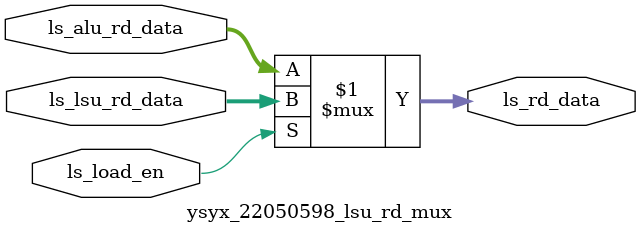
<source format=v>
module ysyx_22050598_lsu_rd_mux (
    input  [63:0]  ls_alu_rd_data ,
    input  [63:0]  ls_lsu_rd_data ,
    input          ls_load_en     ,
    output [63:0]  ls_rd_data    
);

  assign ls_rd_data = ls_load_en ? ls_lsu_rd_data : ls_alu_rd_data ;

endmodule
</source>
